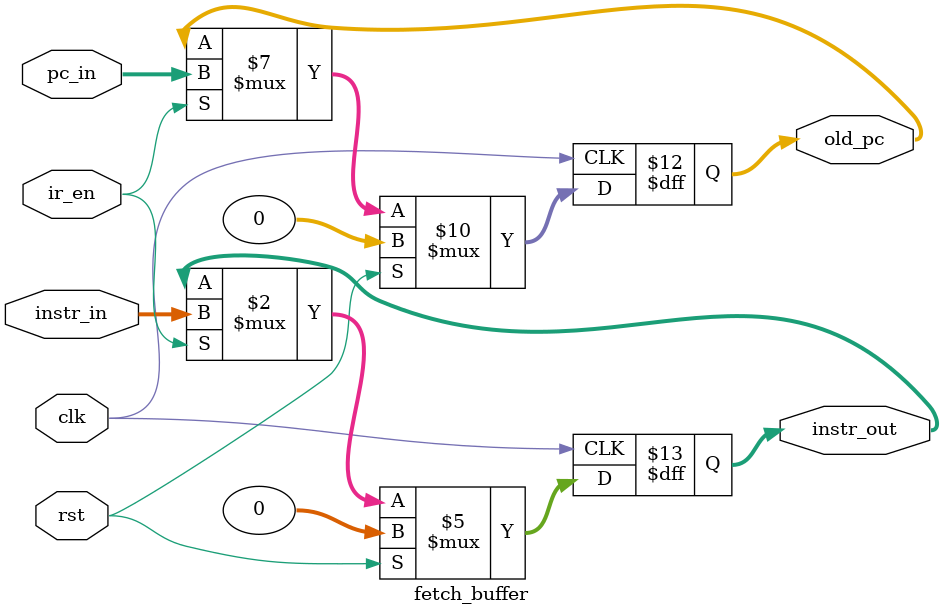
<source format=v>
module fetch_buffer(
    output reg [31:0] old_pc,
    output reg [31:0] instr_out,
    input [31:0] pc_in,
    input [31:0] instr_in,
    input ir_en,
    input clk,
    input rst
);

always @(posedge clk) begin
    if (rst) begin
        old_pc <= 0;
        instr_out <= 0;
    end else if (ir_en) begin
        old_pc <= pc_in;
        instr_out <= instr_in;
    end
end

endmodule
</source>
